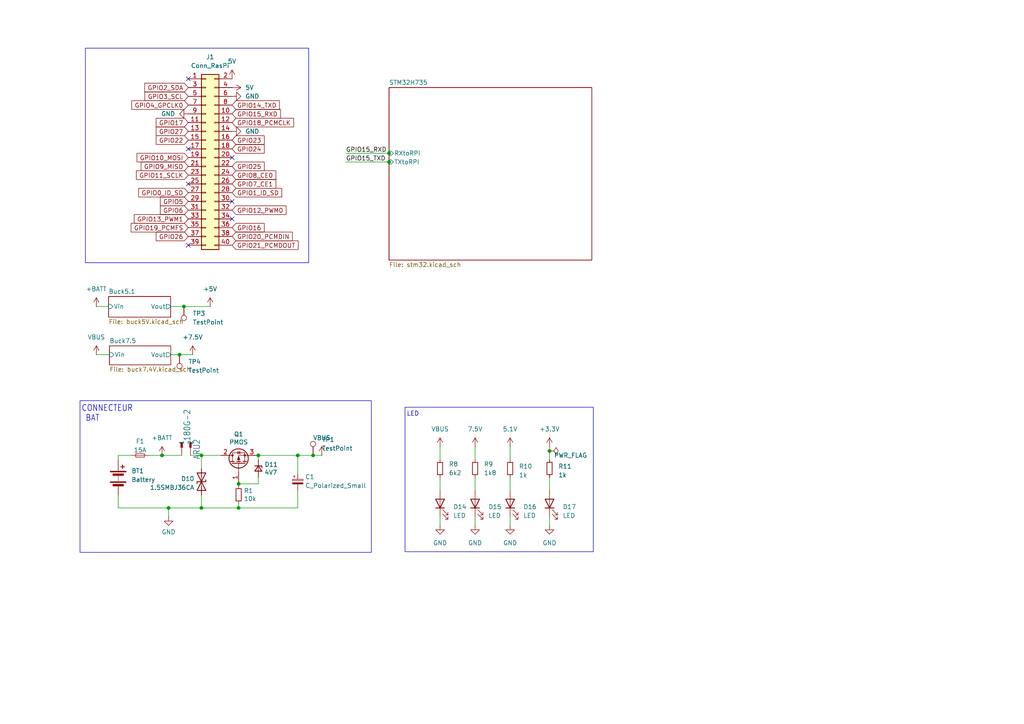
<source format=kicad_sch>
(kicad_sch (version 20231120) (generator "eeschema") (generator_version "8.0")
  (paper "A4")
  (title_block (title "Main Board") (date "ETE2024") (rev "0.1") (company "Ares ENSEA") (comment 1 "Kenny Saint Fleur"))
  (lib_symbols
    (symbol "Connector:TestPoint" (pin_numbers hide) (pin_names (offset 0.762) hide)
      (property "Reference" "TP" (at 0 6.858 0))
      (property "Value" "TestPoint" (at 0 5.08 0))
      (symbol "TestPoint_0_1"
        (circle (center 0 3.302) (radius 0.762))
      )
      (symbol "TestPoint_1_1"
        (pin passive line (at 0 0 90) (length 2.54) (name "1") (number "1"))
      )
    )
    (symbol "Connector_Generic:Conn_02x20_Odd_Even" (pin_names (offset 1.016) hide)
      (property "Reference" "J" (at 1.27 25.4 0))
      (property "Value" "Conn_02x20_Odd_Even" (at 1.27 -27.94 0))
      (symbol "Conn_02x20_Odd_Even_1_1"
        (rectangle (start -1.27 -25.273) (end 0 -25.527) (stroke (width 0.1524)))
        (rectangle (start -1.27 -22.733) (end 0 -22.987) (stroke (width 0.1524)))
        (rectangle (start -1.27 -20.193) (end 0 -20.447) (stroke (width 0.1524)))
        (rectangle (start -1.27 -17.653) (end 0 -17.907) (stroke (width 0.1524)))
        (rectangle (start -1.27 -15.113) (end 0 -15.367) (stroke (width 0.1524)))
        (rectangle (start -1.27 -12.573) (end 0 -12.827) (stroke (width 0.1524)))
        (rectangle (start -1.27 -10.033) (end 0 -10.287) (stroke (width 0.1524)))
        (rectangle (start -1.27 -7.493) (end 0 -7.747) (stroke (width 0.1524)))
        (rectangle (start -1.27 -4.953) (end 0 -5.207) (stroke (width 0.1524)))
        (rectangle (start -1.27 -2.413) (end 0 -2.667) (stroke (width 0.1524)))
        (rectangle (start -1.27 0.127) (end 0 -0.127) (stroke (width 0.1524)))
        (rectangle (start -1.27 2.667) (end 0 2.413) (stroke (width 0.1524)))
        (rectangle (start -1.27 5.207) (end 0 4.953) (stroke (width 0.1524)))
        (rectangle (start -1.27 7.747) (end 0 7.493) (stroke (width 0.1524)))
        (rectangle (start -1.27 10.287) (end 0 10.033) (stroke (width 0.1524)))
        (rectangle (start -1.27 12.827) (end 0 12.573) (stroke (width 0.1524)))
        (rectangle (start -1.27 15.367) (end 0 15.113) (stroke (width 0.1524)))
        (rectangle (start -1.27 17.907) (end 0 17.653) (stroke (width 0.1524)))
        (rectangle (start -1.27 20.447) (end 0 20.193) (stroke (width 0.1524)))
        (rectangle (start -1.27 22.987) (end 0 22.733) (stroke (width 0.1524)))
        (rectangle (start -1.27 24.13) (end 3.81 -26.67) (stroke (width 0.254)) (fill (type background)))
        (rectangle (start 3.81 -25.273) (end 2.54 -25.527) (stroke (width 0.1524)))
        (rectangle (start 3.81 -22.733) (end 2.54 -22.987) (stroke (width 0.1524)))
        (rectangle (start 3.81 -20.193) (end 2.54 -20.447) (stroke (width 0.1524)))
        (rectangle (start 3.81 -17.653) (end 2.54 -17.907) (stroke (width 0.1524)))
        (rectangle (start 3.81 -15.113) (end 2.54 -15.367) (stroke (width 0.1524)))
        (rectangle (start 3.81 -12.573) (end 2.54 -12.827) (stroke (width 0.1524)))
        (rectangle (start 3.81 -10.033) (end 2.54 -10.287) (stroke (width 0.1524)))
        (rectangle (start 3.81 -7.493) (end 2.54 -7.747) (stroke (width 0.1524)))
        (rectangle (start 3.81 -4.953) (end 2.54 -5.207) (stroke (width 0.1524)))
        (rectangle (start 3.81 -2.413) (end 2.54 -2.667) (stroke (width 0.1524)))
        (rectangle (start 3.81 0.127) (end 2.54 -0.127) (stroke (width 0.1524)))
        (rectangle (start 3.81 2.667) (end 2.54 2.413) (stroke (width 0.1524)))
        (rectangle (start 3.81 5.207) (end 2.54 4.953) (stroke (width 0.1524)))
        (rectangle (start 3.81 7.747) (end 2.54 7.493) (stroke (width 0.1524)))
        (rectangle (start 3.81 10.287) (end 2.54 10.033) (stroke (width 0.1524)))
        (rectangle (start 3.81 12.827) (end 2.54 12.573) (stroke (width 0.1524)))
        (rectangle (start 3.81 15.367) (end 2.54 15.113) (stroke (width 0.1524)))
        (rectangle (start 3.81 17.907) (end 2.54 17.653) (stroke (width 0.1524)))
        (rectangle (start 3.81 20.447) (end 2.54 20.193) (stroke (width 0.1524)))
        (rectangle (start 3.81 22.987) (end 2.54 22.733) (stroke (width 0.1524)))
        (pin passive line (at -5.08 22.86 0) (length 3.81) (name "Pin_1") (number "1"))
        (pin passive line (at 7.62 12.7 180) (length 3.81) (name "Pin_10") (number "10"))
        (pin passive line (at -5.08 10.16 0) (length 3.81) (name "Pin_11") (number "11"))
        (pin passive line (at 7.62 10.16 180) (length 3.81) (name "Pin_12") (number "12"))
        (pin passive line (at -5.08 7.62 0) (length 3.81) (name "Pin_13") (number "13"))
        (pin passive line (at 7.62 7.62 180) (length 3.81) (name "Pin_14") (number "14"))
        (pin passive line (at -5.08 5.08 0) (length 3.81) (name "Pin_15") (number "15"))
        (pin passive line (at 7.62 5.08 180) (length 3.81) (name "Pin_16") (number "16"))
        (pin passive line (at -5.08 2.54 0) (length 3.81) (name "Pin_17") (number "17"))
        (pin passive line (at 7.62 2.54 180) (length 3.81) (name "Pin_18") (number "18"))
        (pin passive line (at -5.08 0 0) (length 3.81) (name "Pin_19") (number "19"))
        (pin passive line (at 7.62 22.86 180) (length 3.81) (name "Pin_2") (number "2"))
        (pin passive line (at 7.62 0 180) (length 3.81) (name "Pin_20") (number "20"))
        (pin passive line (at -5.08 -2.54 0) (length 3.81) (name "Pin_21") (number "21"))
        (pin passive line (at 7.62 -2.54 180) (length 3.81) (name "Pin_22") (number "22"))
        (pin passive line (at -5.08 -5.08 0) (length 3.81) (name "Pin_23") (number "23"))
        (pin passive line (at 7.62 -5.08 180) (length 3.81) (name "Pin_24") (number "24"))
        (pin passive line (at -5.08 -7.62 0) (length 3.81) (name "Pin_25") (number "25"))
        (pin passive line (at 7.62 -7.62 180) (length 3.81) (name "Pin_26") (number "26"))
        (pin passive line (at -5.08 -10.16 0) (length 3.81) (name "Pin_27") (number "27"))
        (pin passive line (at 7.62 -10.16 180) (length 3.81) (name "Pin_28") (number "28"))
        (pin passive line (at -5.08 -12.7 0) (length 3.81) (name "Pin_29") (number "29"))
        (pin passive line (at -5.08 20.32 0) (length 3.81) (name "Pin_3") (number "3"))
        (pin passive line (at 7.62 -12.7 180) (length 3.81) (name "Pin_30") (number "30"))
        (pin passive line (at -5.08 -15.24 0) (length 3.81) (name "Pin_31") (number "31"))
        (pin passive line (at 7.62 -15.24 180) (length 3.81) (name "Pin_32") (number "32"))
        (pin passive line (at -5.08 -17.78 0) (length 3.81) (name "Pin_33") (number "33"))
        (pin passive line (at 7.62 -17.78 180) (length 3.81) (name "Pin_34") (number "34"))
        (pin passive line (at -5.08 -20.32 0) (length 3.81) (name "Pin_35") (number "35"))
        (pin passive line (at 7.62 -20.32 180) (length 3.81) (name "Pin_36") (number "36"))
        (pin passive line (at -5.08 -22.86 0) (length 3.81) (name "Pin_37") (number "37"))
        (pin passive line (at 7.62 -22.86 180) (length 3.81) (name "Pin_38") (number "38"))
        (pin passive line (at -5.08 -25.4 0) (length 3.81) (name "Pin_39") (number "39"))
        (pin passive line (at 7.62 20.32 180) (length 3.81) (name "Pin_4") (number "4"))
        (pin passive line (at 7.62 -25.4 180) (length 3.81) (name "Pin_40") (number "40"))
        (pin passive line (at -5.08 17.78 0) (length 3.81) (name "Pin_5") (number "5"))
        (pin passive line (at 7.62 17.78 180) (length 3.81) (name "Pin_6") (number "6"))
        (pin passive line (at -5.08 15.24 0) (length 3.81) (name "Pin_7") (number "7"))
        (pin passive line (at 7.62 15.24 180) (length 3.81) (name "Pin_8") (number "8"))
        (pin passive line (at -5.08 12.7 0) (length 3.81) (name "Pin_9") (number "9"))
      )
    )
    (symbol "Device:Battery" (pin_numbers hide) (pin_names (offset 0) hide)
      (property "Reference" "BT" (at 2.54 2.54 0))
      (property "Value" "Battery" (at 2.54 0 0))
      (symbol "Battery_0_1"
        (rectangle (start -2.286 -1.27) (end 2.286 -1.524) (fill (type outline)))
        (rectangle (start -2.286 1.778) (end 2.286 1.524) (fill (type outline)))
        (rectangle (start -1.524 -2.032) (end 1.524 -2.54) (fill (type outline)))
        (rectangle (start -1.524 1.016) (end 1.524 0.508) (fill (type outline)))
        (polyline (pts (xy 0 -1.016) (xy 0 -0.762)))
        (polyline (pts (xy 0 -0.508) (xy 0 -0.254)))
        (polyline (pts (xy 0 0) (xy 0 0.254)))
        (polyline (pts (xy 0 1.778) (xy 0 2.54)))
        (polyline (pts (xy 0.762 3.048) (xy 1.778 3.048)) (stroke (width 0.254)))
        (polyline (pts (xy 1.27 3.556) (xy 1.27 2.54)) (stroke (width 0.254)))
      )
      (symbol "Battery_1_1"
        (pin passive line (at 0 5.08 270) (length 2.54) (name "+") (number "1"))
        (pin passive line (at 0 -5.08 90) (length 2.54) (name "-") (number "2"))
      )
    )
    (symbol "Device:C_Polarized_Small" (pin_numbers hide) (pin_names (offset 0.254) hide)
      (property "Reference" "C" (at 0.254 1.778 0))
      (property "Value" "C_Polarized_Small" (at 0.254 -2.032 0))
      (symbol "C_Polarized_Small_0_1"
        (rectangle (start -1.524 -0.3048) (end 1.524 -0.6858) (fill (type outline)))
        (rectangle (start -1.524 0.6858) (end 1.524 0.3048))
        (polyline (pts (xy -1.27 1.524) (xy -0.762 1.524)))
        (polyline (pts (xy -1.016 1.27) (xy -1.016 1.778)))
      )
      (symbol "C_Polarized_Small_1_1"
        (pin passive line (at 0 2.54 270) (length 1.8542) (name "~") (number "1"))
        (pin passive line (at 0 -2.54 90) (length 1.8542) (name "~") (number "2"))
      )
    )
    (symbol "Device:D_TVS" (pin_numbers hide) (pin_names (offset 1.016) hide)
      (property "Reference" "D" (at 0 2.54 0))
      (property "Value" "D_TVS" (at 0 -2.54 0))
      (symbol "D_TVS_0_1"
        (polyline (pts (xy 1.27 0) (xy -1.27 0)))
        (polyline (pts (xy 0.508 1.27) (xy 0 1.27) (xy 0 -1.27) (xy -0.508 -1.27)) (stroke (width 0.254)))
        (polyline (pts (xy -2.54 1.27) (xy -2.54 -1.27) (xy 2.54 1.27) (xy 2.54 -1.27) (xy -2.54 1.27)) (stroke (width 0.254)))
      )
      (symbol "D_TVS_1_1"
        (pin passive line (at -3.81 0 0) (length 2.54) (name "A1") (number "1"))
        (pin passive line (at 3.81 0 180) (length 2.54) (name "A2") (number "2"))
      )
    )
    (symbol "Device:D_Zener_Small" (pin_numbers hide) (pin_names (offset 0.254) hide)
      (property "Reference" "D" (at 0 2.286 0))
      (property "Value" "D_Zener_Small" (at 0 -2.286 0))
      (symbol "D_Zener_Small_0_1"
        (polyline (pts (xy 0.762 0) (xy -0.762 0)))
        (polyline (pts (xy -0.254 1.016) (xy -0.762 1.016) (xy -0.762 -1.016)) (stroke (width 0.254)))
        (polyline (pts (xy 0.762 1.016) (xy -0.762 0) (xy 0.762 -1.016) (xy 0.762 1.016)) (stroke (width 0.254)))
      )
      (symbol "D_Zener_Small_1_1"
        (pin passive line (at -2.54 0 0) (length 1.778) (name "K") (number "1"))
        (pin passive line (at 2.54 0 180) (length 1.778) (name "A") (number "2"))
      )
    )
    (symbol "Device:Fuse_Small" (pin_numbers hide) (pin_names (offset 0.254) hide)
      (property "Reference" "F" (at 0 -1.524 0))
      (property "Value" "Fuse_Small" (at 0 1.524 0))
      (symbol "Fuse_Small_0_1"
        (rectangle (start -1.27 0.508) (end 1.27 -0.508))
        (polyline (pts (xy -1.27 0) (xy 1.27 0)))
      )
      (symbol "Fuse_Small_1_1"
        (pin passive line (at -2.54 0 0) (length 1.27) (name "~") (number "1"))
        (pin passive line (at 2.54 0 180) (length 1.27) (name "~") (number "2"))
      )
    )
    (symbol "Device:LED" (pin_numbers hide) (pin_names (offset 1.016) hide)
      (property "Reference" "D" (at 0 2.54 0))
      (property "Value" "LED" (at 0 -2.54 0))
      (symbol "LED_0_1"
        (polyline (pts (xy -1.27 -1.27) (xy -1.27 1.27)) (stroke (width 0.254)))
        (polyline (pts (xy -1.27 0) (xy 1.27 0)))
        (polyline (pts (xy 1.27 -1.27) (xy 1.27 1.27) (xy -1.27 0) (xy 1.27 -1.27)) (stroke (width 0.254)))
        (polyline (pts (xy -3.048 -0.762) (xy -4.572 -2.286) (xy -3.81 -2.286) (xy -4.572 -2.286) (xy -4.572 -1.524)))
        (polyline (pts (xy -1.778 -0.762) (xy -3.302 -2.286) (xy -2.54 -2.286) (xy -3.302 -2.286) (xy -3.302 -1.524)))
      )
      (symbol "LED_1_1"
        (pin passive line (at -3.81 0 0) (length 2.54) (name "K") (number "1"))
        (pin passive line (at 3.81 0 180) (length 2.54) (name "A") (number "2"))
      )
    )
    (symbol "Device:Q_PMOS_GDS" (pin_names (offset 0) hide)
      (property "Reference" "Q" (at 5.08 1.27 0))
      (property "Value" "Q_PMOS_GDS" (at 5.08 -1.27 0))
      (symbol "Q_PMOS_GDS_0_1"
        (polyline (pts (xy 0.254 0) (xy -2.54 0)))
        (polyline (pts (xy 0.254 1.905) (xy 0.254 -1.905)) (stroke (width 0.254)))
        (polyline (pts (xy 0.762 -1.27) (xy 0.762 -2.286)) (stroke (width 0.254)))
        (polyline (pts (xy 0.762 0.508) (xy 0.762 -0.508)) (stroke (width 0.254)))
        (polyline (pts (xy 0.762 2.286) (xy 0.762 1.27)) (stroke (width 0.254)))
        (polyline (pts (xy 2.54 2.54) (xy 2.54 1.778)))
        (polyline (pts (xy 2.54 -2.54) (xy 2.54 0) (xy 0.762 0)))
        (polyline (pts (xy 0.762 1.778) (xy 3.302 1.778) (xy 3.302 -1.778) (xy 0.762 -1.778)))
        (polyline (pts (xy 2.286 0) (xy 1.27 0.381) (xy 1.27 -0.381) (xy 2.286 0)) (fill (type outline)))
        (polyline (pts (xy 2.794 -0.508) (xy 2.921 -0.381) (xy 3.683 -0.381) (xy 3.81 -0.254)))
        (polyline (pts (xy 3.302 -0.381) (xy 2.921 0.254) (xy 3.683 0.254) (xy 3.302 -0.381)))
        (circle (center 1.651 0) (radius 2.794) (stroke (width 0.254)))
        (circle (center 2.54 -1.778) (radius 0.254) (fill (type outline)))
        (circle (center 2.54 1.778) (radius 0.254) (fill (type outline)))
      )
      (symbol "Q_PMOS_GDS_1_1"
        (pin input line (at -5.08 0 0) (length 2.54) (name "G") (number "1"))
        (pin passive line (at 2.54 5.08 270) (length 2.54) (name "D") (number "2"))
        (pin passive line (at 2.54 -5.08 90) (length 2.54) (name "S") (number "3"))
      )
    )
    (symbol "Device:R_Small" (pin_numbers hide) (pin_names (offset 0.254) hide)
      (property "Reference" "R" (at 0.762 0.508 0))
      (property "Value" "R_Small" (at 0.762 -1.016 0))
      (symbol "R_Small_0_1"
        (rectangle (start -0.762 1.778) (end 0.762 -1.778) (stroke (width 0.2032)))
      )
      (symbol "R_Small_1_1"
        (pin passive line (at 0 2.54 270) (length 0.762) (name "~") (number "1"))
        (pin passive line (at 0 -2.54 90) (length 0.762) (name "~") (number "2"))
      )
    )
    (symbol "power:+3.3V" (power) (pin_names (offset 0))
      (property "Value" "+3.3V" (at 0 3.556 0))
      (symbol "+3.3V_0_1"
        (polyline (pts (xy -0.762 1.27) (xy 0 2.54)))
        (polyline (pts (xy 0 0) (xy 0 2.54)))
        (polyline (pts (xy 0 2.54) (xy 0.762 1.27)))
      )
      (symbol "+3.3V_1_1"
        (pin power_in line (at 0 0 90) (length 0) hide (name "+3.3V") (number "1"))
      )
    )
    (symbol "power:+5V" (power) (pin_numbers hide) (pin_names (offset 0) hide)
      (property "Value" "+5V" (at 0 3.556 0))
      (symbol "+5V_0_1"
        (polyline (pts (xy -0.762 1.27) (xy 0 2.54)))
        (polyline (pts (xy 0 0) (xy 0 2.54)))
        (polyline (pts (xy 0 2.54) (xy 0.762 1.27)))
      )
      (symbol "+5V_1_1"
        (pin power_in line (at 0 0 90) (length 0) (name "~") (number "1"))
      )
    )
    (symbol "power:+7.5V" (power) (pin_numbers hide) (pin_names (offset 0) hide)
      (property "Value" "+7.5V" (at 0 3.556 0))
      (symbol "+7.5V_0_1"
        (polyline (pts (xy -0.762 1.27) (xy 0 2.54)))
        (polyline (pts (xy 0 0) (xy 0 2.54)))
        (polyline (pts (xy 0 2.54) (xy 0.762 1.27)))
      )
      (symbol "+7.5V_1_1"
        (pin power_in line (at 0 0 90) (length 0) (name "~") (number "1"))
      )
    )
    (symbol "power:+BATT" (power) (pin_numbers hide) (pin_names (offset 0) hide)
      (property "Value" "+BATT" (at 0 3.556 0))
      (symbol "+BATT_0_1"
        (polyline (pts (xy -0.762 1.27) (xy 0 2.54)))
        (polyline (pts (xy 0 0) (xy 0 2.54)))
        (polyline (pts (xy 0 2.54) (xy 0.762 1.27)))
      )
      (symbol "+BATT_1_1"
        (pin power_in line (at 0 0 90) (length 0) (name "~") (number "1"))
      )
    )
    (symbol "power:GND" (power) (pin_numbers hide) (pin_names (offset 0) hide)
      (property "Value" "GND" (at 0 -3.81 0))
      (symbol "GND_0_1"
        (polyline (pts (xy 0 0) (xy 0 -1.27) (xy 1.27 -1.27) (xy 0 -2.54) (xy -1.27 -1.27) (xy 0 -1.27)))
      )
      (symbol "GND_1_1"
        (pin power_in line (at 0 0 270) (length 0) (name "~") (number "1"))
      )
    )
    (symbol "power:PWR_FLAG" (power) (pin_numbers hide) (pin_names (offset 0) hide)
      (property "Value" "PWR_FLAG" (at 0 3.81 0))
      (symbol "PWR_FLAG_0_0"
        (pin power_out line (at 0 0 90) (length 0) (name "pwr") (number "1"))
      )
      (symbol "PWR_FLAG_0_1"
        (polyline (pts (xy 0 0) (xy 0 1.27) (xy -1.016 1.905) (xy 0 2.54) (xy 1.016 1.905) (xy 0 1.27)))
      )
    )
    (symbol "power:VBUS" (power) (pin_numbers hide) (pin_names (offset 0) hide)
      (property "Value" "VBUS" (at 0 3.556 0))
      (symbol "VBUS_0_1"
        (polyline (pts (xy -0.762 1.27) (xy 0 2.54)))
        (polyline (pts (xy 0 0) (xy 0 2.54)))
        (polyline (pts (xy 0 2.54) (xy 0.762 1.27)))
      )
      (symbol "VBUS_1_1"
        (pin power_in line (at 0 0 90) (length 0) (name "~") (number "1"))
      )
    )
    (symbol "schematic1-eagle-import:180G-2"
      (property "Reference" "X" (at 0 1.778 0))
      (property "Value" "180G-2" (at 0 -5.842 0))
      (symbol "180G-2_1_0"
        (rectangle (start -0.254 -2.794) (end 1.27 -2.286) (fill (type outline)))
        (rectangle (start -0.254 -0.254) (end 1.27 0.254) (fill (type outline)))
        (pin passive line (at -2.54 0 0) (length 2.54) (name "1") (number "1"))
        (pin passive line (at -2.54 -2.54 0) (length 2.54) (name "2") (number "2"))
      )
    )
  )
  (junction (at 112.84 46.99))
  (junction (at 159.385 130.81))
  (junction (at 53.34 88.9))
  (junction (at 74.93 132.08))
  (junction (at 90.805 132.08))
  (junction (at 48.895 147.32))
  (junction (at 46.99 132.08))
  (junction (at 58.42 132.08))
  (junction (at 69.215 147.32))
  (junction (at 52.07 102.87))
  (junction (at 58.42 147.32))
  (junction (at 112.84 44.45))
  (junction (at 86.36 132.08))
  (junction (at 69.215 140.335))
  (no_connect (at 54.61 22.86))
  (no_connect (at 67.31 45.72))
  (no_connect (at 67.31 63.5))
  (no_connect (at 67.31 58.42))
  (no_connect (at 54.61 53.34))
  (no_connect (at 54.61 43.18))
  (no_connect (at 54.61 71.12))
  (wire (pts (xy 100.33 46.99) (xy 112.84 46.99)))
  (wire (pts (xy 127.635 138.43) (xy 127.635 142.24)))
  (wire (pts (xy 159.385 152.4) (xy 159.385 149.86)))
  (wire (pts (xy 69.215 139.7) (xy 69.215 140.335)))
  (wire (pts (xy 127.635 129.54) (xy 127.635 133.35)))
  (wire (pts (xy 34.29 147.32) (xy 48.895 147.32)))
  (wire (pts (xy 86.36 132.08) (xy 90.805 132.08)))
  (wire (pts (xy 127.635 152.4) (xy 127.635 149.86)))
  (wire (pts (xy 147.955 129.54) (xy 147.955 133.35)))
  (wire (pts (xy 34.29 133.35) (xy 34.29 132.08)))
  (wire (pts (xy 159.385 130.81) (xy 159.385 133.35)))
  (wire (pts (xy 112.84 46.99) (xy 113.03 46.99)))
  (wire (pts (xy 137.795 129.54) (xy 137.795 133.35)))
  (wire (pts (xy 147.955 152.4) (xy 147.955 149.86)))
  (wire (pts (xy 52.07 102.87) (xy 55.88 102.87)))
  (wire (pts (xy 90.805 132.08) (xy 93.345 132.08)))
  (wire (pts (xy 137.795 152.4) (xy 137.795 149.86)))
  (wire (pts (xy 86.36 132.08) (xy 86.36 137.16)))
  (wire (pts (xy 34.29 147.32) (xy 34.29 143.51)))
  (wire (pts (xy 48.895 149.86) (xy 48.895 147.32)))
  (wire (pts (xy 74.93 132.08) (xy 86.36 132.08)))
  (wire (pts (xy 100.33 44.45) (xy 112.84 44.45)))
  (wire (pts (xy 69.215 147.32) (xy 69.215 146.05)))
  (wire (pts (xy 74.93 133.35) (xy 74.93 132.08)))
  (wire (pts (xy 55.245 132.08) (xy 58.42 132.08)))
  (wire (pts (xy 49.5 88.9) (xy 53.34 88.9)))
  (wire (pts (xy 46.99 132.08) (xy 52.705 132.08)))
  (wire (pts (xy 137.795 138.43) (xy 137.795 142.24)))
  (wire (pts (xy 58.42 143.51) (xy 58.42 147.32)))
  (wire (pts (xy 74.93 138.43) (xy 74.93 140.335)))
  (wire (pts (xy 58.42 132.08) (xy 58.42 135.89)))
  (wire (pts (xy 43.18 132.08) (xy 46.99 132.08)))
  (wire (pts (xy 27.94 102.87) (xy 31.75 102.87)))
  (wire (pts (xy 34.29 132.08) (xy 38.1 132.08)))
  (wire (pts (xy 58.42 147.32) (xy 69.215 147.32)))
  (wire (pts (xy 86.36 147.32) (xy 69.215 147.32)))
  (wire (pts (xy 112.84 44.45) (xy 113.03 44.45)))
  (wire (pts (xy 74.93 140.335) (xy 69.215 140.335)))
  (wire (pts (xy 74.295 132.08) (xy 74.93 132.08)))
  (wire (pts (xy 159.385 138.43) (xy 159.385 142.24)))
  (wire (pts (xy 58.42 132.08) (xy 64.135 132.08)))
  (wire (pts (xy 69.215 140.335) (xy 69.215 140.97)))
  (wire (pts (xy 159.385 129.54) (xy 159.385 130.81)))
  (wire (pts (xy 27.94 88.9) (xy 31.5 88.9)))
  (wire (pts (xy 53.34 88.9) (xy 60.96 88.9)))
  (wire (pts (xy 48.895 147.32) (xy 58.42 147.32)))
  (wire (pts (xy 86.36 142.24) (xy 86.36 147.32)))
  (wire (pts (xy 49.53 102.87) (xy 52.07 102.87)))
  (wire (pts (xy 147.955 138.43) (xy 147.955 142.24)))
  (rectangle (start 24.765 13.97) (end 89.535 76.2))
  (rectangle (start 23.205 116.21) (end 107.705 160.21))
  (rectangle (start 117.475 118.11) (end 172.085 160.02))
  (text "CONNECTEUR\n BAT" (at 23.622 122.428 0) (effects (font (size 1.778 1.5113)) (justify left bottom)))
  (text "LED" (at 119.761 120.142 0) (effects (font (size 1.27 1.27))))
  (label "GPIO15_TXD" (at 100.33 46.99 0))
  (label "GPIO15_RXD" (at 100.33 44.45 0))
  (global_label "GPIO16" (shape input) (at 67.31 66.04 0) (property "Intersheetrefs" "${INTERSHEET_REFS}" (effects (hide yes))))
  (global_label "GPIO1_ID_SD" (shape input) (at 67.31 55.88 0) (property "Intersheetrefs" "${INTERSHEET_REFS}" (effects (hide yes))))
  (global_label "GPIO22" (shape input) (at 54.61 40.64 180) (property "Intersheetrefs" "${INTERSHEET_REFS}" (effects (hide yes))))
  (global_label "GPIO11_SCLK" (shape input) (at 54.61 50.8 180) (property "Intersheetrefs" "${INTERSHEET_REFS}" (effects (hide yes))))
  (global_label "GPIO24" (shape input) (at 67.31 43.18 0) (property "Intersheetrefs" "${INTERSHEET_REFS}" (effects (hide yes))))
  (global_label "GPIO3_SCL" (shape input) (at 54.61 27.94 180) (property "Intersheetrefs" "${INTERSHEET_REFS}" (effects (hide yes))))
  (global_label "GPIO9_MISO" (shape input) (at 54.61 48.26 180) (property "Intersheetrefs" "${INTERSHEET_REFS}" (effects (hide yes))))
  (global_label "GPIO2_SDA" (shape input) (at 54.61 25.4 180) (property "Intersheetrefs" "${INTERSHEET_REFS}" (effects (hide yes))))
  (global_label "GPIO4_GPCLK0" (shape input) (at 54.61 30.48 180) (property "Intersheetrefs" "${INTERSHEET_REFS}" (effects (hide yes))))
  (global_label "GPIO6" (shape input) (at 54.61 60.96 180) (property "Intersheetrefs" "${INTERSHEET_REFS}" (effects (hide yes))))
  (global_label "GPIO26" (shape input) (at 54.61 68.58 180) (property "Intersheetrefs" "${INTERSHEET_REFS}" (effects (hide yes))))
  (global_label "GPIO8_CE0" (shape input) (at 67.31 50.8 0) (property "Intersheetrefs" "${INTERSHEET_REFS}" (effects (hide yes))))
  (global_label "GPIO27" (shape input) (at 54.61 38.1 180) (property "Intersheetrefs" "${INTERSHEET_REFS}" (effects (hide yes))))
  (global_label "GPIO7_CE1" (shape input) (at 67.31 53.34 0) (property "Intersheetrefs" "${INTERSHEET_REFS}" (effects (hide yes))))
  (global_label "GPIO14_TXD" (shape input) (at 67.31 30.48 0) (property "Intersheetrefs" "${INTERSHEET_REFS}" (effects (hide yes))))
  (global_label "GPIO5" (shape input) (at 54.61 58.42 180) (property "Intersheetrefs" "${INTERSHEET_REFS}" (effects (hide yes))))
  (global_label "GPIO20_PCMDIN" (shape input) (at 67.31 68.58 0) (property "Intersheetrefs" "${INTERSHEET_REFS}" (effects (hide yes))))
  (global_label "GPIO10_MOSI" (shape input) (at 54.61 45.72 180) (property "Intersheetrefs" "${INTERSHEET_REFS}" (effects (hide yes))))
  (global_label "GPIO15_RXD" (shape input) (at 67.31 33.02 0) (property "Intersheetrefs" "${INTERSHEET_REFS}" (effects (hide yes))))
  (global_label "GPIO17" (shape input) (at 54.61 35.56 180) (property "Intersheetrefs" "${INTERSHEET_REFS}" (effects (hide yes))))
  (global_label "GPIO18_PCMCLK" (shape input) (at 67.31 35.56 0) (property "Intersheetrefs" "${INTERSHEET_REFS}" (effects (hide yes))))
  (global_label "GPIO25" (shape input) (at 67.31 48.26 0) (property "Intersheetrefs" "${INTERSHEET_REFS}" (effects (hide yes))))
  (global_label "GPIO0_ID_SD" (shape input) (at 54.61 55.88 180) (property "Intersheetrefs" "${INTERSHEET_REFS}" (effects (hide yes))))
  (global_label "GPIO21_PCMDOUT" (shape input) (at 67.31 71.12 0) (property "Intersheetrefs" "${INTERSHEET_REFS}" (effects (hide yes))))
  (global_label "GPIO23" (shape input) (at 67.31 40.64 0) (property "Intersheetrefs" "${INTERSHEET_REFS}" (effects (hide yes))))
  (global_label "GPIO19_PCMFS" (shape input) (at 54.61 66.04 180) (property "Intersheetrefs" "${INTERSHEET_REFS}" (effects (hide yes))))
  (global_label "GPIO13_PWM1" (shape input) (at 54.61 63.5 180) (property "Intersheetrefs" "${INTERSHEET_REFS}" (effects (hide yes))))
  (global_label "GPIO12_PWM0" (shape input) (at 67.31 60.96 0) (property "Intersheetrefs" "${INTERSHEET_REFS}" (effects (hide yes))))
  (symbol (lib_id "power:+3.3V") (at 159.385 129.54 0) (unit 1)
    (property "Reference" "#PWR048" (effects (hide yes)))
    (property "Value" "+3.3V" (at 159.385 124.46 0))
  )
  (symbol (lib_id "Connector_Generic:Conn_02x20_Odd_Even") (at 59.69 45.72 0) (unit 1)
    (property "Reference" "J1" (at 60.96 16.51 0))
    (property "Value" "Conn_RasPi" (at 60.96 19.05 0))
    (property "Footprint" "Connector_PinSocket_2.54mm:PinSocket_2x20_P2.54mm_Vertical" (effects (hide yes)))
    (property "Description" "Generic connector, double row, 02x20, odd/even pin numbering scheme (row 1 odd numbers, row 2 even numbers), script generated (kicad-library-utils/schlib/autogen/connector/)" (effects (hide yes)))
  )
  (symbol (lib_id "power:+5V") (at 60.96 88.9 0) (unit 1)
    (property "Reference" "#PWR040" (effects (hide yes)))
    (property "Value" "+5V" (at 60.96 83.82 0))
    (property "Description" "Power symbol creates a global label with name \"+5V\"" (effects (hide yes)))
  )
  (symbol (lib_id "power:GND") (at 67.31 38.1 90) (unit 1)
    (property "Reference" "#PWR045" (effects (hide yes)))
    (property "Value" "GND" (at 71.12 38.0999 90) (effects (justify right)))
    (property "Description" "Power symbol creates a global label with name \"GND\" , ground" (effects (hide yes)))
  )
  (symbol (lib_id "Device:LED") (at 159.385 146.05 90) (unit 1)
    (property "Reference" "D17" (at 163.195 147.0025 90) (effects (justify right)))
    (property "Value" "LED" (at 163.195 149.5425 90) (effects (justify right)))
    (property "Footprint" "LED_SMD:LED_0603_1608Metric" (effects (hide yes)))
  )
  (symbol (lib_id "power:GND") (at 54.61 33.02 270) (unit 1)
    (property "Reference" "#PWR041" (effects (hide yes)))
    (property "Value" "GND" (at 50.8 33.0199 90) (effects (justify right)))
    (property "Description" "Power symbol creates a global label with name \"GND\" , ground" (effects (hide yes)))
  )
  (symbol (lib_id "Connector:TestPoint") (at 53.34 88.9 180) (unit 1)
    (property "Reference" "TP3" (at 55.88 90.9319 0) (effects (justify right)))
    (property "Value" "TestPoint" (at 55.88 93.4719 0) (effects (justify right)))
    (property "Description" "test point" (effects (hide yes)))
  )
  (symbol (lib_id "power:GND") (at 48.895 149.86 0) (unit 1)
    (property "Reference" "#PWR021" (effects (hide yes)))
    (property "Value" "GND" (at 48.895 154.3034 0))
  )
  (symbol (lib_id "power:VBUS") (at 137.795 129.54 0) (unit 1)
    (property "Reference" "#PWR035" (effects (hide yes)))
    (property "Value" "7.5V" (at 135.636 124.46 0) (effects (justify left)))
    (property "Description" "Power symbol creates a global label with name \"VBUS\"" (effects (hide yes)))
  )
  (symbol (lib_id "Device:C_Polarized_Small") (at 86.36 139.7 0) (unit 1)
    (property "Reference" "C1" (at 88.519 138.3192 0) (effects (justify left)))
    (property "Value" "C_Polarized_Small" (at 88.519 140.8561 0) (effects (justify left)))
    (property "Footprint" "schematic1:E5-6" (effects (hide yes)))
  )
  (symbol (lib_id "schematic1-eagle-import:180G-2") (at 52.705 129.54 90) (unit 1)
    (property "Reference" "ARU2" (at 58.039 133.35 0) (effects (font (size 1.778 1.5113)) (justify left bottom)))
    (property "Value" "180G-2" (at 55.245 128.016 0) (effects (font (size 1.778 1.5113)) (justify left bottom)))
    (property "Footprint" "MainBoard:180G-2" (effects (hide yes)))
  )
  (symbol (lib_id "power:VBUS") (at 93.345 132.08 0) (unit 1)
    (property "Reference" "#PWR032" (effects (hide yes)))
    (property "Value" "VBUS" (at 93.345 127 0))
    (property "Description" "Power symbol creates a global label with name \"VBUS\"" (effects (hide yes)))
  )
  (symbol (lib_id "Device:LED") (at 137.795 146.05 90) (unit 1)
    (property "Reference" "D15" (at 141.605 147.0025 90) (effects (justify right)))
    (property "Value" "LED" (at 141.605 149.5425 90) (effects (justify right)))
    (property "Footprint" "LED_SMD:LED_0603_1608Metric" (effects (hide yes)))
  )
  (symbol (lib_id "Device:R_Small") (at 147.955 135.89 0) (unit 1)
    (property "Reference" "R10" (at 150.495 135.255 0) (effects (justify left)))
    (property "Value" "1k" (at 150.495 137.795 0) (effects (justify left)))
    (property "Footprint" "Resistor_SMD:R_0402_1005Metric" (effects (hide yes)))
  )
  (symbol (lib_id "Device:D_Zener_Small") (at 74.93 135.89 270) (unit 1)
    (property "Reference" "D11" (at 76.708 134.7216 90) (effects (justify left)))
    (property "Value" "4V7" (at 76.708 137.033 90) (effects (justify left)))
    (property "Footprint" "Diode_SMD:D_0603_1608Metric" (effects (hide yes)))
    (property "Datasheet" "https://www.mouser.fr/datasheet/2/916/BZX84J_SER-1319442.pdf" (effects (hide yes)))
    (property "Mouser Part Number" "771-BZX84J-C4V7115" (effects (hide yes)))
  )
  (symbol (lib_id "Device:R_Small") (at 159.385 135.89 0) (unit 1)
    (property "Reference" "R11" (at 161.925 135.255 0) (effects (justify left)))
    (property "Value" "1k" (at 161.925 137.795 0) (effects (justify left)))
    (property "Footprint" "Resistor_SMD:R_0402_1005Metric" (effects (hide yes)))
  )
  (symbol (lib_id "Device:LED") (at 147.955 146.05 90) (unit 1)
    (property "Reference" "D16" (at 151.765 147.0025 90) (effects (justify right)))
    (property "Value" "LED" (at 151.765 149.5425 90) (effects (justify right)))
    (property "Footprint" "LED_SMD:LED_0603_1608Metric" (effects (hide yes)))
  )
  (symbol (lib_id "Device:R_Small") (at 69.215 143.51 0) (unit 1)
    (property "Reference" "R1" (at 70.7136 142.3416 0) (effects (justify left)))
    (property "Value" "10k" (at 70.7136 144.653 0) (effects (justify left)))
    (property "Footprint" "Resistor_SMD:R_0805_2012Metric_Pad1.20x1.40mm_HandSolder" (effects (hide yes)))
  )
  (symbol (lib_id "power:+BATT") (at 27.94 88.9 0) (unit 1)
    (property "Reference" "#PWR069" (effects (hide yes)))
    (property "Value" "+BATT" (at 27.94 83.82 0))
    (property "Description" "Power symbol creates a global label with name \"+BATT\"" (effects (hide yes)))
  )
  (symbol (lib_id "Device:D_TVS") (at 58.42 139.7 270) (mirror x) (unit 1)
    (property "Reference" "D10" (at 56.388 138.8653 90) (effects (justify right)))
    (property "Value" "1.5SMBJ36CA" (at 56.388 141.4022 90) (effects (justify right)))
    (property "Footprint" "Diode_SMD:D_SMB" (effects (hide yes)))
    (property "Datasheet" "https://www.mouser.fr/datasheet/2/54/BOURNS_1_5SMBJ_datasheet-2530221.pdf" (effects (hide yes)))
    (property "Mouser Part Number" "652-1.5SMBJ36CA-H" (effects (hide yes)))
  )
  (symbol (lib_id "power:GND") (at 67.31 27.94 90) (unit 1)
    (property "Reference" "#PWR044" (effects (hide yes)))
    (property "Value" "GND" (at 71.12 27.9399 90) (effects (justify right)))
    (property "Description" "Power symbol creates a global label with name \"GND\" , ground" (effects (hide yes)))
  )
  (symbol (lib_id "power:VBUS") (at 127.635 129.54 0) (unit 1)
    (property "Reference" "#PWR033" (effects (hide yes)))
    (property "Value" "VBUS" (at 127.635 124.46 0))
    (property "Description" "Power symbol creates a global label with name \"VBUS\"" (effects (hide yes)))
  )
  (symbol (lib_id "power:VBUS") (at 67.31 22.86 0) (unit 1)
    (property "Reference" "#PWR042" (effects (hide yes)))
    (property "Value" "5V" (at 67.31 17.78 0))
    (property "Description" "Power symbol creates a global label with name \"VBUS\"" (effects (hide yes)))
  )
  (symbol (lib_id "power:GND") (at 127.635 152.4 0) (unit 1)
    (property "Reference" "#PWR034" (effects (hide yes)))
    (property "Value" "GND" (at 127.635 157.48 0))
  )
  (symbol (lib_id "Device:Battery") (at 34.29 138.43 0) (unit 1)
    (property "Reference" "BT1" (at 38.1 136.5884 0) (effects (justify left)))
    (property "Value" "Battery" (at 38.1 139.1284 0) (effects (justify left)))
    (property "Description" "Multiple-cell battery" (effects (hide yes)))
  )
  (symbol (lib_id "power:GND") (at 137.795 152.4 0) (unit 1)
    (property "Reference" "#PWR036" (effects (hide yes)))
    (property "Value" "GND" (at 137.795 157.48 0))
  )
  (symbol (lib_id "power:VBUS") (at 27.94 102.87 0) (unit 1)
    (property "Reference" "#PWR038" (effects (hide yes)))
    (property "Value" "VBUS" (at 27.94 97.79 0))
    (property "Description" "Power symbol creates a global label with name \"VBUS\"" (effects (hide yes)))
  )
  (symbol (lib_id "power:GND") (at 159.385 152.4 0) (unit 1)
    (property "Reference" "#PWR049" (effects (hide yes)))
    (property "Value" "GND" (at 159.385 157.48 0))
  )
  (symbol (lib_id "Device:R_Small") (at 137.795 135.89 0) (unit 1)
    (property "Reference" "R9" (at 140.335 134.62 0) (effects (justify left)))
    (property "Value" "1k8" (at 140.335 137.16 0) (effects (justify left)))
    (property "Footprint" "Resistor_SMD:R_0402_1005Metric" (effects (hide yes)))
  )
  (symbol (lib_id "Device:R_Small") (at 127.635 135.89 0) (unit 1)
    (property "Reference" "R8" (at 130.175 134.6199 0) (effects (justify left)))
    (property "Value" "6k2" (at 130.175 137.1599 0) (effects (justify left)))
    (property "Footprint" "Resistor_SMD:R_0402_1005Metric" (effects (hide yes)))
  )
  (symbol (lib_id "Device:Q_PMOS_GDS") (at 69.215 134.62 90) (unit 1)
    (property "Reference" "Q1" (at 69.215 125.9332 90))
    (property "Value" "PMOS" (at 69.215 128.2446 90))
    (property "Footprint" "schematic1:MOS_WDFN8" (effects (hide yes)))
    (property "Datasheet" "https://www.onsemi.com/pdf/datasheet/nttfs015p03p8z-d.pdf" (effects (hide yes)))
    (property "Mouser Part Number" "863-NTTFS015P03P8ZWG" (effects (hide yes)))
  )
  (symbol (lib_id "power:VBUS") (at 67.31 25.4 270) (unit 1)
    (property "Reference" "#PWR043" (effects (hide yes)))
    (property "Value" "5V" (at 71.12 25.3999 90) (effects (justify left)))
    (property "Description" "Power symbol creates a global label with name \"VBUS\"" (effects (hide yes)))
  )
  (symbol (lib_id "power:+BATT") (at 46.99 132.08 0) (unit 1)
    (property "Reference" "#PWR037" (effects (hide yes)))
    (property "Value" "+BATT" (at 46.99 127 0))
    (property "Description" "Power symbol creates a global label with name \"+BATT\"" (effects (hide yes)))
  )
  (symbol (lib_id "Device:LED") (at 127.635 146.05 90) (unit 1)
    (property "Reference" "D14" (at 131.445 147.0025 90) (effects (justify right)))
    (property "Value" "LED" (at 131.445 149.5425 90) (effects (justify right)))
    (property "Footprint" "LED_SMD:LED_0603_1608Metric" (effects (hide yes)))
  )
  (symbol (lib_id "power:VBUS") (at 147.955 129.54 0) (unit 1)
    (property "Reference" "#PWR046" (effects (hide yes)))
    (property "Value" "5.1V" (at 147.955 124.46 0))
    (property "Description" "Power symbol creates a global label with name \"VBUS\"" (effects (hide yes)))
  )
  (symbol (lib_id "power:PWR_FLAG") (at 159.385 130.81 270) (unit 1)
    (property "Reference" "#FLG03" (effects (hide yes)))
    (property "Value" "PWR_FLAG" (at 160.655 132.08 90) (effects (justify left)))
  )
  (symbol (lib_id "power:+7.5V") (at 55.88 102.87 0) (unit 1)
    (property "Reference" "#PWR039" (effects (hide yes)))
    (property "Value" "+7.5V" (at 55.88 97.79 0))
    (property "Description" "Power symbol creates a global label with name \"+7.5V\"" (effects (hide yes)))
  )
  (symbol (lib_id "Device:Fuse_Small") (at 40.64 132.08 0) (unit 1)
    (property "Reference" "F1" (at 40.64 127.9992 0))
    (property "Value" "15A" (at 40.64 130.5361 0))
    (property "Footprint" "Fuse:Fuse_1206_3216Metric_Pad1.42x1.75mm_HandSolder" (effects (hide yes)))
    (property "Datasheet" "https://www.mouser.fr/datasheet/2/358/typ_UST_1206-1276051.pdf" (effects (hide yes)))
    (property "Mouser Part Number" "693-3413.0330.22" (effects (hide yes)))
  )
  (symbol (lib_id "Connector:TestPoint") (at 52.07 102.87 180) (unit 1)
    (property "Reference" "TP4" (at 54.61 104.9019 0) (effects (justify right)))
    (property "Value" "TestPoint" (at 54.61 107.4419 0) (effects (justify right)))
    (property "Description" "test point" (effects (hide yes)))
  )
  (symbol (lib_id "Connector:TestPoint") (at 90.805 132.08 0) (unit 1)
    (property "Reference" "TP1" (at 93.345 127.5079 0) (effects (justify left)))
    (property "Value" "TestPoint" (at 93.345 130.0479 0) (effects (justify left)))
    (property "Description" "test point" (effects (hide yes)))
  )
  (symbol (lib_id "power:GND") (at 147.955 152.4 0) (unit 1)
    (property "Reference" "#PWR047" (effects (hide yes)))
    (property "Value" "GND" (at 147.955 157.48 0))
  )
  (sheet (at 31.5 86) (size 18 6) (stroke (width 0.1524))
    (property "Sheetname" "Buck5.1" (at 31.5 85.2884 0) (effects (justify left bottom)))
    (property "Sheetfile" "buck5V.kicad_sch" (at 31.5 92.5846 0) (effects (justify left top)))
    (pin "Vin" input (at 31.5 88.9 180))
    (pin "Vout" output (at 49.5 88.9 0))
  )
  (sheet (at 31.75 100.31) (size 17.78 5.5) (stroke (width 0.1524))
    (property "Sheetname" "Buck7.5" (at 31.75 99.5984 0) (effects (justify left bottom)))
    (property "Sheetfile" "buck7.4V.kicad_sch" (at 31.75 106.3946 0) (effects (justify left top)))
    (pin "Vin" input (at 31.75 102.87 180))
    (pin "Vout" output (at 49.53 102.87 0))
  )
  (sheet (at 112.84 25.385) (size 58.81 50.06) (stroke (width 0.1524))
    (property "Sheetname" "STM32H735" (at 112.84 24.6734 0) (effects (justify left bottom)))
    (property "Sheetfile" "stm32.kicad_sch" (at 112.84 76.0296 0) (effects (justify left top)))
    (pin "RXtoRPI" input (at 112.84 44.45 180))
    (pin "TXtoRPI" input (at 112.84 46.99 180))
  )
)
</source>
